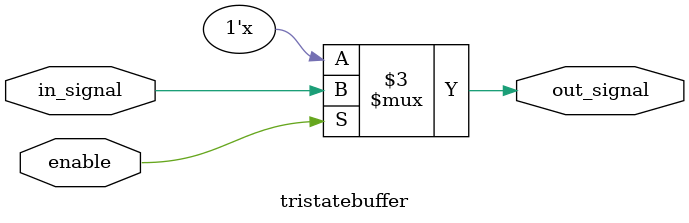
<source format=v>
`timescale 1ns / 1ps

module tristatebuffer(
    input enable,
    input in_signal,
    output reg out_signal
);

    always @ (enable, in_signal)
    begin
        if (enable)
            out_signal <= in_signal;
        else
            out_signal <= 1'bz; // Tri-state the output
    end

endmodule

</source>
